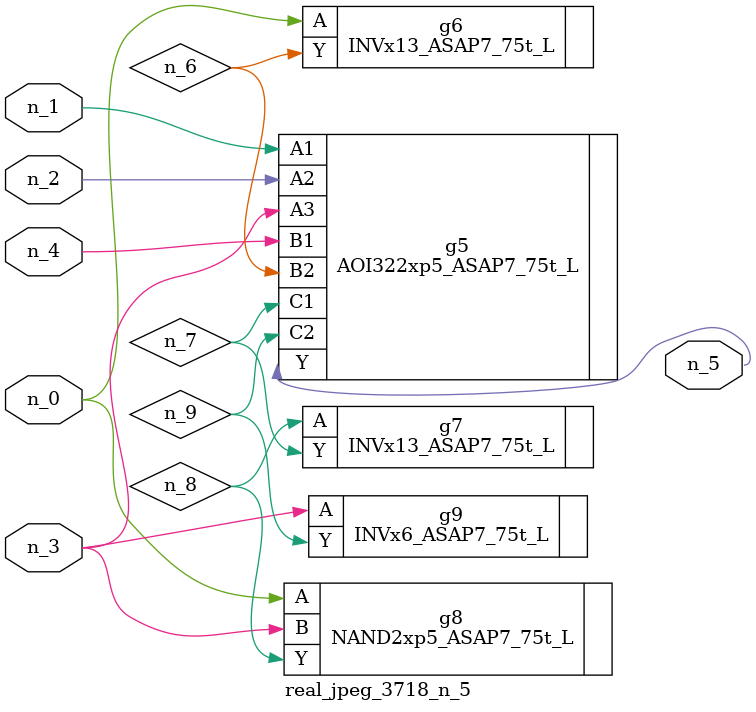
<source format=v>
module real_jpeg_3718_n_5 (n_4, n_0, n_1, n_2, n_3, n_5);

input n_4;
input n_0;
input n_1;
input n_2;
input n_3;

output n_5;

wire n_8;
wire n_6;
wire n_7;
wire n_9;

INVx13_ASAP7_75t_L g6 ( 
.A(n_0),
.Y(n_6)
);

NAND2xp5_ASAP7_75t_L g8 ( 
.A(n_0),
.B(n_3),
.Y(n_8)
);

AOI322xp5_ASAP7_75t_L g5 ( 
.A1(n_1),
.A2(n_2),
.A3(n_3),
.B1(n_4),
.B2(n_6),
.C1(n_7),
.C2(n_9),
.Y(n_5)
);

INVx6_ASAP7_75t_L g9 ( 
.A(n_3),
.Y(n_9)
);

INVx13_ASAP7_75t_L g7 ( 
.A(n_8),
.Y(n_7)
);


endmodule
</source>
